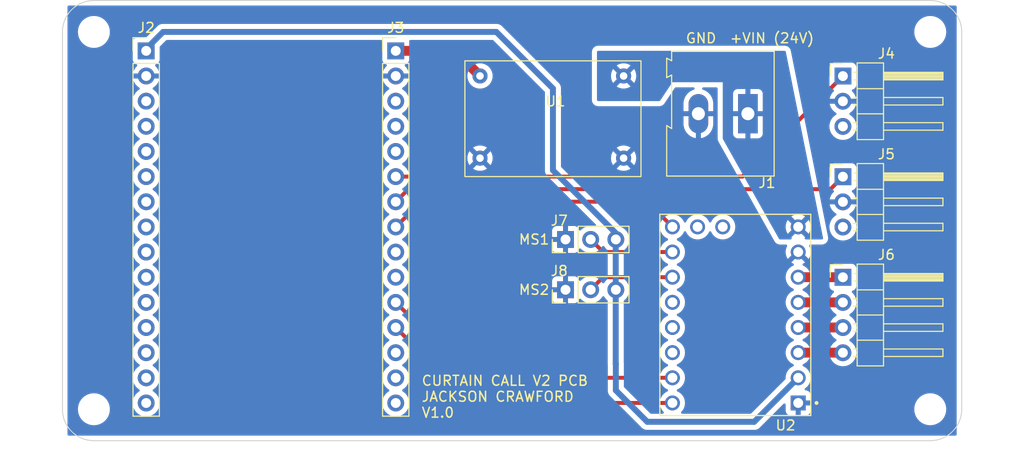
<source format=kicad_pcb>
(kicad_pcb (version 20211014) (generator pcbnew)
  (layers (0 "F.Cu" signal) (31 "B.Cu" signal) (34 "B.Paste" user) (35 "F.Paste" user) (36 "B.SilkS" user "B.Silkscreen") (37 "F.SilkS" user "F.Silkscreen") (38 "B.Mask" user) (39 "F.Mask" user) (44 "Edge.Cuts" user))
  (net 0 "")
  (net 1 "GND")
  (net 2 "VCC")
  (net 3 "+3V3")
  (net 17 "+5V")
  (net 18 "/STEP")
  (net 19 "/DIR")
  (net 20 "/EN")
  (net 21 "/ENDSTOP_1")
  (net 22 "/ENDSTOP_2")
  (net 32 "/MS1")
  (net 33 "/MS2")
  (net 39 "/M1B")
  (net 40 "/M1A")
  (net 41 "/M2A")
  (net 42 "/M2B")
  (footprint "MountingHole:MountingHole_2.2mm_M2" (layer "F.Cu") (at 41.91 45.085)
    (fp_text reference "REF**" hide)
    (fp_text value "MountingHole_2.2mm_M2")
    (pad "" np_thru_hole circle (at 0 0) (size 2.2 2.2) (drill 2.2) (layers *.Cu *.Mask))
  )
  (footprint "Connector_PinHeader_2.54mm:PinHeader_1x04_P2.54mm_Horizontal" (layer "F.Cu") (at 117.545 69.86)
    (fp_text reference "J6" (at 4.385 -2.27) (layer "F.SilkS"))
    (fp_text value "Conn_01x04_Male")
    (fp_line (start 4.1 -0.2) (end 10.1 -0.2) (layer "F.SilkS") (width 0.12))
    (fp_line (start 1.44 1.27) (end 4.1 1.27) (layer "F.SilkS") (width 0.12))
    (fp_line (start 1.042929 7.24) (end 1.44 7.24) (layer "F.SilkS") (width 0.12))
    (fp_line (start 10.1 8) (end 4.1 8) (layer "F.SilkS") (width 0.12))
    (fp_line (start 1.44 3.81) (end 4.1 3.81) (layer "F.SilkS") (width 0.12))
    (fp_line (start 4.1 -0.08) (end 10.1 -0.08) (layer "F.SilkS") (width 0.12))
    (fp_line (start -1.27 -1.27) (end 0 -1.27) (layer "F.SilkS") (width 0.12))
    (fp_line (start 1.11 -0.38) (end 1.44 -0.38) (layer "F.SilkS") (width 0.12))
    (fp_line (start 4.1 8.95) (end 4.1 -1.33) (layer "F.SilkS") (width 0.12))
    (fp_line (start 10.1 2.16) (end 10.1 2.92) (layer "F.SilkS") (width 0.12))
    (fp_line (start 1.042929 2.92) (end 1.44 2.92) (layer "F.SilkS") (width 0.12))
    (fp_line (start 4.1 0.28) (end 10.1 0.28) (layer "F.SilkS") (width 0.12))
    (fp_line (start 1.042929 8) (end 1.44 8) (layer "F.SilkS") (width 0.12))
    (fp_line (start 10.1 -0.38) (end 10.1 0.38) (layer "F.SilkS") (width 0.12))
    (fp_line (start 4.1 -1.33) (end 1.44 -1.33) (layer "F.SilkS") (width 0.12))
    (fp_line (start -1.27 0) (end -1.27 -1.27) (layer "F.SilkS") (width 0.12))
    (fp_line (start 10.1 2.92) (end 4.1 2.92) (layer "F.SilkS") (width 0.12))
    (fp_line (start 1.11 0.38) (end 1.44 0.38) (layer "F.SilkS") (width 0.12))
    (fp_line (start 4.1 0.16) (end 10.1 0.16) (layer "F.SilkS") (width 0.12))
    (fp_line (start 4.1 0.04) (end 10.1 0.04) (layer "F.SilkS") (width 0.12))
    (fp_line (start 1.042929 2.16) (end 1.44 2.16) (layer "F.SilkS") (width 0.12))
    (fp_line (start 10.1 0.38) (end 4.1 0.38) (layer "F.SilkS") (width 0.12))
    (fp_line (start 4.1 2.16) (end 10.1 2.16) (layer "F.SilkS") (width 0.12))
    (fp_line (start 1.042929 5.46) (end 1.44 5.46) (layer "F.SilkS") (width 0.12))
    (fp_line (start 4.1 7.24) (end 10.1 7.24) (layer "F.SilkS") (width 0.12))
    (fp_line (start 1.042929 4.7) (end 1.44 4.7) (layer "F.SilkS") (width 0.12))
    (fp_line (start 1.44 -1.33) (end 1.44 8.95) (layer "F.SilkS") (width 0.12))
    (fp_line (start 1.44 6.35) (end 4.1 6.35) (layer "F.SilkS") (width 0.12))
    (fp_line (start 10.1 4.7) (end 10.1 5.46) (layer "F.SilkS") (width 0.12))
    (fp_line (start 4.1 -0.38) (end 10.1 -0.38) (layer "F.SilkS") (width 0.12))
    (fp_line (start 4.1 4.7) (end 10.1 4.7) (layer "F.SilkS") (width 0.12))
    (fp_line (start 10.1 5.46) (end 4.1 5.46) (layer "F.SilkS") (width 0.12))
    (fp_line (start 1.44 8.95) (end 4.1 8.95) (layer "F.SilkS") (width 0.12))
    (fp_line (start 10.1 7.24) (end 10.1 8) (layer "F.SilkS") (width 0.12))
    (fp_line (start 4.1 -0.32) (end 10.1 -0.32) (layer "F.SilkS") (width 0.12))
    (pad "1" thru_hole rect (at 0 0) (size 1.7 1.7) (drill 1) (layers *.Cu *.Mask) (net 42 "/M2B"))
    (pad "2" thru_hole oval (at 0 2.54) (size 1.7 1.7) (drill 1) (layers *.Cu *.Mask) (net 41 "/M2A"))
    (pad "3" thru_hole oval (at 0 5.08) (size 1.7 1.7) (drill 1) (layers *.Cu *.Mask) (net 40 "/M1A"))
    (pad "4" thru_hole oval (at 0 7.62) (size 1.7 1.7) (drill 1) (layers *.Cu *.Mask) (net 39 "/M1B"))
  )
  (footprint "TMC2209:MODULE_TMC2209_SILENTSTEPSTICK" (layer "F.Cu") (at 106.68 73.66 180)
    (fp_text reference "U2" (at -5.075 -11.155) (layer "F.SilkS"))
    (fp_text value "TMC2209_SILENTSTEPSTICK")
    (fp_line (start -7.62 10.16) (end -7.62 -10.16) (layer "F.SilkS") (width 0.127))
    (fp_line (start 7.62 10.16) (end -7.62 10.16) (layer "F.SilkS") (width 0.127))
    (fp_line (start 7.62 -10.16) (end 7.62 10.16) (layer "F.SilkS") (width 0.127))
    (fp_line (start -7.62 -10.16) (end 7.62 -10.16) (layer "F.SilkS") (width 0.127))
    (fp_circle (center -8.2 -8.89) (end -8.1 -8.89) (layer "F.SilkS") (width 0.2) (fill none))
    (pad "1" thru_hole rect locked (at -6.35 -8.89 180) (size 1.508 1.508) (drill 1) (layers *.Cu *.Mask) (net 1 "GND"))
    (pad "2" thru_hole circle locked (at -6.35 -6.35 180) (size 1.508 1.508) (drill 1) (layers *.Cu *.Mask) (net 3 "+3V3"))
    (pad "3" thru_hole circle locked (at -6.35 -3.81 180) (size 1.508 1.508) (drill 1) (layers *.Cu *.Mask) (net 39 "/M1B"))
    (pad "4" thru_hole circle locked (at -6.35 -1.27 180) (size 1.508 1.508) (drill 1) (layers *.Cu *.Mask) (net 40 "/M1A"))
    (pad "5" thru_hole circle locked (at -6.35 1.27 180) (size 1.508 1.508) (drill 1) (layers *.Cu *.Mask) (net 41 "/M2A"))
    (pad "6" thru_hole circle locked (at -6.35 3.81 180) (size 1.508 1.508) (drill 1) (layers *.Cu *.Mask) (net 42 "/M2B"))
    (pad "7" thru_hole circle locked (at -6.35 6.35 180) (size 1.508 1.508) (drill 1) (layers *.Cu *.Mask) (net 1 "GND"))
    (pad "8" thru_hole circle locked (at -6.35 8.89 180) (size 1.508 1.508) (drill 1) (layers *.Cu *.Mask) (net 2 "VCC"))
    (pad "9" thru_hole circle locked (at 6.35 -8.89 180) (size 1.508 1.508) (drill 1) (layers *.Cu *.Mask) (net 19 "/DIR"))
    (pad "10" thru_hole circle locked (at 6.35 -6.35 180) (size 1.508 1.508) (drill 1) (layers *.Cu *.Mask) (net 18 "/STEP"))
    (pad "11" thru_hole circle locked (at 6.35 -3.81 180) (size 1.508 1.508) (drill 1) (layers *.Cu *.Mask))
    (pad "12" thru_hole circle locked (at 6.35 -1.27 180) (size 1.508 1.508) (drill 1) (layers *.Cu *.Mask))
    (pad "13" thru_hole circle locked (at 6.35 1.27 180) (size 1.508 1.508) (drill 1) (layers *.Cu *.Mask))
    (pad "14" thru_hole circle locked (at 6.35 3.81 180) (size 1.508 1.508) (drill 1) (layers *.Cu *.Mask) (net 33 "/MS2"))
    (pad "15" thru_hole circle locked (at 6.35 6.35 180) (size 1.508 1.508) (drill 1) (layers *.Cu *.Mask) (net 32 "/MS1"))
    (pad "16" thru_hole circle locked (at 6.35 8.89 180) (size 1.508 1.508) (drill 1) (layers *.Cu *.Mask) (net 20 "/EN"))
    (pad "17" thru_hole circle locked (at 1.27 8.89 180) (size 1.508 1.508) (drill 1) (layers *.Cu *.Mask))
    (pad "18" thru_hole circle locked (at 3.81 8.89 180) (size 1.508 1.508) (drill 1) (layers *.Cu *.Mask))
  )
  (footprint "MountingHole:MountingHole_2.2mm_M2" (layer "F.Cu") (at 126.365 83.185)
    (fp_text reference "REF**" hide)
    (fp_text value "MountingHole_2.2mm_M2")
    (pad "" np_thru_hole circle (at 0 0) (size 2.2 2.2) (drill 2.2) (layers *.Cu *.Mask))
  )
  (footprint "Connector_PinHeader_2.54mm:PinHeader_1x03_P2.54mm_Vertical" (layer "F.Cu") (at 89.535 66.04 90)
    (fp_text reference "J7" (at 1.905 -0.635 180) (layer "F.SilkS"))
    (fp_text value "Conn_01x03_Male")
    (fp_line (start -1.33 6.41) (end 1.33 6.41) (layer "F.SilkS") (width 0.12))
    (fp_line (start -1.33 -1.33) (end 0 -1.33) (layer "F.SilkS") (width 0.12))
    (fp_line (start 1.33 1.27) (end 1.33 6.41) (layer "F.SilkS") (width 0.12))
    (fp_line (start -1.33 1.27) (end 1.33 1.27) (layer "F.SilkS") (width 0.12))
    (fp_line (start -1.33 1.27) (end -1.33 6.41) (layer "F.SilkS") (width 0.12))
    (fp_line (start -1.33 0) (end -1.33 -1.33) (layer "F.SilkS") (width 0.12))
    (pad "1" thru_hole rect (at 0 0 90) (size 1.7 1.7) (drill 1) (layers *.Cu *.Mask) (net 1 "GND"))
    (pad "2" thru_hole oval (at 0 2.54 90) (size 1.7 1.7) (drill 1) (layers *.Cu *.Mask) (net 32 "/MS1"))
    (pad "3" thru_hole oval (at 0 5.08 90) (size 1.7 1.7) (drill 1) (layers *.Cu *.Mask) (net 3 "+3V3"))
  )
  (footprint "MountingHole:MountingHole_2.2mm_M2" (layer "F.Cu") (at 41.91 83.185)
    (fp_text reference "REF**" hide)
    (fp_text value "MountingHole_2.2mm_M2")
    (pad "" np_thru_hole circle (at 0 0) (size 2.2 2.2) (drill 2.2) (layers *.Cu *.Mask))
  )
  (footprint "Custom_Footprints:SMALL_ALIEXPRESS_BUCK" (layer "F.Cu") (at 80.899 49.53)
    (fp_text reference "U1" (at 7.62 2.564 unlocked) (layer "F.SilkS"))
    (fp_text value "SMALL_ALIEXPRESS_BUCK")
    (fp_rect (start -1.524 -1.524) (end 16.256 10.16) (layer "F.SilkS") (width 0.12) (fill none))
    (pad "1" thru_hole circle (at 14.5 0) (size 1.524 1.524) (drill 0.762) (layers *.Cu *.Mask) (net 2 "VCC"))
    (pad "2" thru_hole circle (at 14.5 8.3) (size 1.524 1.524) (drill 0.762) (layers *.Cu *.Mask "Eco1.User") (net 1 "GND"))
    (pad "3" thru_hole circle (at 0 8.3) (size 1.524 1.524) (drill 0.762) (layers *.Cu *.Mask "Eco1.User") (net 1 "GND"))
    (pad "4" thru_hole circle (at 0 0) (size 1.524 1.524) (drill 0.762) (layers *.Cu *.Mask) (net 17 "+5V"))
  )
  (footprint "Connector_PinHeader_2.54mm:PinHeader_1x15_P2.54mm_Vertical" (layer "F.Cu") (at 72.39 46.995)
    (fp_text reference "J3" (at 0 -2.33) (layer "F.SilkS"))
    (fp_text value "Conn_01x15_Female")
    (fp_line (start -1.33 1.27) (end -1.33 36.89) (layer "F.SilkS") (width 0.12))
    (fp_line (start -1.33 -1.33) (end 0 -1.33) (layer "F.SilkS") (width 0.12))
    (fp_line (start -1.33 1.27) (end 1.33 1.27) (layer "F.SilkS") (width 0.12))
    (fp_line (start 1.33 1.27) (end 1.33 36.89) (layer "F.SilkS") (width 0.12))
    (fp_line (start -1.33 36.89) (end 1.33 36.89) (layer "F.SilkS") (width 0.12))
    (fp_line (start -1.33 0) (end -1.33 -1.33) (layer "F.SilkS") (width 0.12))
    (pad "1" thru_hole rect (at 0 0) (size 1.7 1.7) (drill 1) (layers *.Cu *.Mask) (net 17 "+5V"))
    (pad "2" thru_hole oval (at 0 2.54) (size 1.7 1.7) (drill 1) (layers *.Cu *.Mask) (net 1 "GND"))
    (pad "3" thru_hole oval (at 0 5.08) (size 1.7 1.7) (drill 1) (layers *.Cu *.Mask))
    (pad "4" thru_hole oval (at 0 7.62) (size 1.7 1.7) (drill 1) (layers *.Cu *.Mask))
    (pad "5" thru_hole oval (at 0 10.16) (size 1.7 1.7) (drill 1) (layers *.Cu *.Mask))
    (pad "6" thru_hole oval (at 0 12.7) (size 1.7 1.7) (drill 1) (layers *.Cu *.Mask) (net 21 "/ENDSTOP_1"))
    (pad "7" thru_hole oval (at 0 15.24) (size 1.7 1.7) (drill 1) (layers *.Cu *.Mask) (net 22 "/ENDSTOP_2"))
    (pad "8" thru_hole oval (at 0 17.78) (size 1.7 1.7) (drill 1) (layers *.Cu *.Mask) (net 20 "/EN"))
    (pad "9" thru_hole oval (at 0 20.32) (size 1.7 1.7) (drill 1) (layers *.Cu *.Mask))
    (pad "10" thru_hole oval (at 0 22.86) (size 1.7 1.7) (drill 1) (layers *.Cu *.Mask))
    (pad "11" thru_hole oval (at 0 25.4) (size 1.7 1.7) (drill 1) (layers *.Cu *.Mask) (net 18 "/STEP"))
    (pad "12" thru_hole oval (at 0 27.94) (size 1.7 1.7) (drill 1) (layers *.Cu *.Mask) (net 19 "/DIR"))
    (pad "13" thru_hole oval (at 0 30.48) (size 1.7 1.7) (drill 1) (layers *.Cu *.Mask))
    (pad "14" thru_hole oval (at 0 33.02) (size 1.7 1.7) (drill 1) (layers *.Cu *.Mask))
    (pad "15" thru_hole oval (at 0 35.56) (size 1.7 1.7) (drill 1) (layers *.Cu *.Mask))
  )
  (footprint "Connector_PinHeader_2.54mm:PinHeader_1x03_P2.54mm_Horizontal" (layer "F.Cu") (at 117.545 49.545)
    (fp_text reference "J4" (at 4.385 -2.27) (layer "F.SilkS"))
    (fp_text value "Conn_01x03_Male")
    (fp_line (start 4.1 6.41) (end 4.1 -1.33) (layer "F.SilkS") (width 0.12))
    (fp_line (start 1.44 6.41) (end 4.1 6.41) (layer "F.SilkS") (width 0.12))
    (fp_line (start 10.1 2.16) (end 10.1 2.92) (layer "F.SilkS") (width 0.12))
    (fp_line (start 4.1 0.04) (end 10.1 0.04) (layer "F.SilkS") (width 0.12))
    (fp_line (start -1.27 -1.27) (end 0 -1.27) (layer "F.SilkS") (width 0.12))
    (fp_line (start 4.1 -0.38) (end 10.1 -0.38) (layer "F.SilkS") (width 0.12))
    (fp_line (start 1.042929 2.16) (end 1.44 2.16) (layer "F.SilkS") (width 0.12))
    (fp_line (start 1.042929 4.7) (end 1.44 4.7) (layer "F.SilkS") (width 0.12))
    (fp_line (start 10.1 -0.38) (end 10.1 0.38) (layer "F.SilkS") (width 0.12))
    (fp_line (start 4.1 0.16) (end 10.1 0.16) (layer "F.SilkS") (width 0.12))
    (fp_line (start 10.1 4.7) (end 10.1 5.46) (layer "F.SilkS") (width 0.12))
    (fp_line (start 4.1 4.7) (end 10.1 4.7) (layer "F.SilkS") (width 0.12))
    (fp_line (start 1.44 3.81) (end 4.1 3.81) (layer "F.SilkS") (width 0.12))
    (fp_line (start 10.1 5.46) (end 4.1 5.46) (layer "F.SilkS") (width 0.12))
    (fp_line (start 10.1 2.92) (end 4.1 2.92) (layer "F.SilkS") (width 0.12))
    (fp_line (start 4.1 -0.08) (end 10.1 -0.08) (layer "F.SilkS") (width 0.12))
    (fp_line (start 10.1 0.38) (end 4.1 0.38) (layer "F.SilkS") (width 0.12))
    (fp_line (start 1.44 1.27) (end 4.1 1.27) (layer "F.SilkS") (width 0.12))
    (fp_line (start 4.1 -0.32) (end 10.1 -0.32) (layer "F.SilkS") (width 0.12))
    (fp_line (start 1.11 0.38) (end 1.44 0.38) (layer "F.SilkS") (width 0.12))
    (fp_line (start 4.1 0.28) (end 10.1 0.28) (layer "F.SilkS") (width 0.12))
    (fp_line (start 1.042929 2.92) (end 1.44 2.92) (layer "F.SilkS") (width 0.12))
    (fp_line (start -1.27 0) (end -1.27 -1.27) (layer "F.SilkS") (width 0.12))
    (fp_line (start 1.042929 5.46) (end 1.44 5.46) (layer "F.SilkS") (width 0.12))
    (fp_line (start 1.44 -1.33) (end 1.44 6.41) (layer "F.SilkS") (width 0.12))
    (fp_line (start 1.11 -0.38) (end 1.44 -0.38) (layer "F.SilkS") (width 0.12))
    (fp_line (start 4.1 -1.33) (end 1.44 -1.33) (layer "F.SilkS") (width 0.12))
    (fp_line (start 4.1 -0.2) (end 10.1 -0.2) (layer "F.SilkS") (width 0.12))
    (fp_line (start 4.1 2.16) (end 10.1 2.16) (layer "F.SilkS") (width 0.12))
    (pad "1" thru_hole rect (at 0 0) (size 1.7 1.7) (drill 1) (layers *.Cu *.Mask) (net 21 "/ENDSTOP_1"))
    (pad "2" thru_hole oval (at 0 2.54) (size 1.7 1.7) (drill 1) (layers *.Cu *.Mask) (net 1 "GND"))
    (pad "3" thru_hole oval (at 0 5.08) (size 1.7 1.7) (drill 1) (layers *.Cu *.Mask))
  )
  (footprint "Connector_PinHeader_2.54mm:PinHeader_1x15_P2.54mm_Vertical" (layer "F.Cu") (at 47.19 46.995)
    (fp_text reference "J2" (at 0 -2.33) (layer "F.SilkS"))
    (fp_text value "Conn_01x15_Female")
    (fp_line (start -1.33 36.89) (end 1.33 36.89) (layer "F.SilkS") (width 0.12))
    (fp_line (start -1.33 1.27) (end -1.33 36.89) (layer "F.SilkS") (width 0.12))
    (fp_line (start -1.33 0) (end -1.33 -1.33) (layer "F.SilkS") (width 0.12))
    (fp_line (start 1.33 1.27) (end 1.33 36.89) (layer "F.SilkS") (width 0.12))
    (fp_line (start -1.33 -1.33) (end 0 -1.33) (layer "F.SilkS") (width 0.12))
    (fp_line (start -1.33 1.27) (end 1.33 1.27) (layer "F.SilkS") (width 0.12))
    (pad "1" thru_hole rect (at 0 0) (size 1.7 1.7) (drill 1) (layers *.Cu *.Mask) (net 3 "+3V3"))
    (pad "2" thru_hole oval (at 0 2.54) (size 1.7 1.7) (drill 1) (layers *.Cu *.Mask) (net 1 "GND"))
    (pad "3" thru_hole oval (at 0 5.08) (size 1.7 1.7) (drill 1) (layers *.Cu *.Mask))
    (pad "4" thru_hole oval (at 0 7.62) (size 1.7 1.7) (drill 1) (layers *.Cu *.Mask))
    (pad "5" thru_hole oval (at 0 10.16) (size 1.7 1.7) (drill 1) (layers *.Cu *.Mask))
    (pad "6" thru_hole oval (at 0 12.7) (size 1.7 1.7) (drill 1) (layers *.Cu *.Mask))
    (pad "7" thru_hole oval (at 0 15.24) (size 1.7 1.7) (drill 1) (layers *.Cu *.Mask))
    (pad "8" thru_hole oval (at 0 17.78) (size 1.7 1.7) (drill 1) (layers *.Cu *.Mask))
    (pad "9" thru_hole oval (at 0 20.32) (size 1.7 1.7) (drill 1) (layers *.Cu *.Mask))
    (pad "10" thru_hole oval (at 0 22.86) (size 1.7 1.7) (drill 1) (layers *.Cu *.Mask))
    (pad "11" thru_hole oval (at 0 25.4) (size 1.7 1.7) (drill 1) (layers *.Cu *.Mask))
    (pad "12" thru_hole oval (at 0 27.94) (size 1.7 1.7) (drill 1) (layers *.Cu *.Mask))
    (pad "13" thru_hole oval (at 0 30.48) (size 1.7 1.7) (drill 1) (layers *.Cu *.Mask))
    (pad "14" thru_hole oval (at 0 33.02) (size 1.7 1.7) (drill 1) (layers *.Cu *.Mask))
    (pad "15" thru_hole oval (at 0 35.56) (size 1.7 1.7) (drill 1) (layers *.Cu *.Mask))
  )
  (footprint "Connector_PinHeader_2.54mm:PinHeader_1x03_P2.54mm_Horizontal" (layer "F.Cu") (at 117.545 59.705)
    (fp_text reference "J5" (at 4.385 -2.27) (layer "F.SilkS"))
    (fp_text value "Conn_01x03_Male")
    (fp_line (start 4.1 2.16) (end 10.1 2.16) (layer "F.SilkS") (width 0.12))
    (fp_line (start 10.1 2.92) (end 4.1 2.92) (layer "F.SilkS") (width 0.12))
    (fp_line (start 10.1 4.7) (end 10.1 5.46) (layer "F.SilkS") (width 0.12))
    (fp_line (start 4.1 -0.2) (end 10.1 -0.2) (layer "F.SilkS") (width 0.12))
    (fp_line (start 10.1 -0.38) (end 10.1 0.38) (layer "F.SilkS") (width 0.12))
    (fp_line (start 4.1 -0.38) (end 10.1 -0.38) (layer "F.SilkS") (width 0.12))
    (fp_line (start 4.1 0.16) (end 10.1 0.16) (layer "F.SilkS") (width 0.12))
    (fp_line (start 4.1 6.41) (end 4.1 -1.33) (layer "F.SilkS") (width 0.12))
    (fp_line (start 10.1 0.38) (end 4.1 0.38) (layer "F.SilkS") (width 0.12))
    (fp_line (start 1.44 -1.33) (end 1.44 6.41) (layer "F.SilkS") (width 0.12))
    (fp_line (start 1.042929 2.92) (end 1.44 2.92) (layer "F.SilkS") (width 0.12))
    (fp_line (start 1.11 -0.38) (end 1.44 -0.38) (layer "F.SilkS") (width 0.12))
    (fp_line (start 4.1 -1.33) (end 1.44 -1.33) (layer "F.SilkS") (width 0.12))
    (fp_line (start 4.1 0.28) (end 10.1 0.28) (layer "F.SilkS") (width 0.12))
    (fp_line (start 1.44 1.27) (end 4.1 1.27) (layer "F.SilkS") (width 0.12))
    (fp_line (start 10.1 2.16) (end 10.1 2.92) (layer "F.SilkS") (width 0.12))
    (fp_line (start 1.042929 2.16) (end 1.44 2.16) (layer "F.SilkS") (width 0.12))
    (fp_line (start 10.1 5.46) (end 4.1 5.46) (layer "F.SilkS") (width 0.12))
    (fp_line (start 1.44 3.81) (end 4.1 3.81) (layer "F.SilkS") (width 0.12))
    (fp_line (start 4.1 0.04) (end 10.1 0.04) (layer "F.SilkS") (width 0.12))
    (fp_line (start 4.1 -0.08) (end 10.1 -0.08) (layer "F.SilkS") (width 0.12))
    (fp_line (start -1.27 -1.27) (end 0 -1.27) (layer "F.SilkS") (width 0.12))
    (fp_line (start 1.042929 4.7) (end 1.44 4.7) (layer "F.SilkS") (width 0.12))
    (fp_line (start 4.1 4.7) (end 10.1 4.7) (layer "F.SilkS") (width 0.12))
    (fp_line (start 1.44 6.41) (end 4.1 6.41) (layer "F.SilkS") (width 0.12))
    (fp_line (start 1.042929 5.46) (end 1.44 5.46) (layer "F.SilkS") (width 0.12))
    (fp_line (start 1.11 0.38) (end 1.44 0.38) (layer "F.SilkS") (width 0.12))
    (fp_line (start -1.27 0) (end -1.27 -1.27) (layer "F.SilkS") (width 0.12))
    (fp_line (start 4.1 -0.32) (end 10.1 -0.32) (layer "F.SilkS") (width 0.12))
    (pad "1" thru_hole rect (at 0 0) (size 1.7 1.7) (drill 1) (layers *.Cu *.Mask) (net 22 "/ENDSTOP_2"))
    (pad "2" thru_hole oval (at 0 2.54) (size 1.7 1.7) (drill 1) (layers *.Cu *.Mask) (net 1 "GND"))
    (pad "3" thru_hole oval (at 0 5.08) (size 1.7 1.7) (drill 1) (layers *.Cu *.Mask))
  )
  (footprint "TerminalBlock:TerminalBlock_Altech_AK300-2_P5.00mm" (layer "F.Cu") (at 107.95 53.34 180)
    (fp_text reference "J1" (at -1.92 -6.99) (layer "F.SilkS"))
    (fp_text value "Screw_Terminal_01x02")
    (fp_line (start 8.2 3.7) (end 8.2 3.65) (layer "F.SilkS") (width 0.12))
    (fp_line (start 8.2 3.65) (end 7.7 3.9) (layer "F.SilkS") (width 0.12))
    (fp_line (start 7.7 6.3) (end 7.7 5.35) (layer "F.SilkS") (width 0.12))
    (fp_line (start 7.7 3.9) (end 7.7 -1.5) (layer "F.SilkS") (width 0.12))
    (fp_line (start -2.65 -6.3) (end -2.65 6.3) (layer "F.SilkS") (width 0.12))
    (fp_line (start 7.7 -1.5) (end 8.2 -1.2) (layer "F.SilkS") (width 0.12))
    (fp_line (start 8.2 -1.2) (end 8.2 -6.3) (layer "F.SilkS") (width 0.12))
    (fp_line (start 8.2 5.6) (end 8.2 3.7) (layer "F.SilkS") (width 0.12))
    (fp_line (start 8.2 -6.3) (end -2.65 -6.3) (layer "F.SilkS") (width 0.12))
    (fp_line (start 7.7 5.35) (end 8.2 5.6) (layer "F.SilkS") (width 0.12))
    (fp_line (start -2.65 6.3) (end 7.7 6.3) (layer "F.SilkS") (width 0.12))
    (pad "1" thru_hole rect (at 0 0 180) (size 1.98 3.96) (drill 1.32) (layers *.Cu *.Mask) (net 2 "VCC"))
    (pad "2" thru_hole oval (at 5 0 180) (size 1.98 3.96) (drill 1.32) (layers *.Cu *.Mask) (net 1 "GND"))
  )
  (footprint "Connector_PinHeader_2.54mm:PinHeader_1x03_P2.54mm_Vertical" (layer "F.Cu") (at 89.535 71.12 90)
    (fp_text reference "J8" (at 1.905 -0.635 180) (layer "F.SilkS"))
    (fp_text value "Conn_01x03_Male")
    (fp_line (start -1.33 0) (end -1.33 -1.33) (layer "F.SilkS") (width 0.12))
    (fp_line (start -1.33 6.41) (end 1.33 6.41) (layer "F.SilkS") (width 0.12))
    (fp_line (start -1.33 -1.33) (end 0 -1.33) (layer "F.SilkS") (width 0.12))
    (fp_line (start -1.33 1.27) (end 1.33 1.27) (layer "F.SilkS") (width 0.12))
    (fp_line (start -1.33 1.27) (end -1.33 6.41) (layer "F.SilkS") (width 0.12))
    (fp_line (start 1.33 1.27) (end 1.33 6.41) (layer "F.SilkS") (width 0.12))
    (pad "1" thru_hole rect (at 0 0 90) (size 1.7 1.7) (drill 1) (layers *.Cu *.Mask) (net 1 "GND"))
    (pad "2" thru_hole oval (at 0 2.54 90) (size 1.7 1.7) (drill 1) (layers *.Cu *.Mask) (net 33 "/MS2"))
    (pad "3" thru_hole oval (at 0 5.08 90) (size 1.7 1.7) (drill 1) (layers *.Cu *.Mask) (net 3 "+3V3"))
  )
  (footprint "MountingHole:MountingHole_2.2mm_M2" (layer "F.Cu") (at 126.365 45.085)
    (fp_text reference "REF**" hide)
    (fp_text value "MountingHole_2.2mm_M2")
    (pad "" np_thru_hole circle (at 0 0) (size 2.2 2.2) (drill 2.2) (layers *.Cu *.Mask))
  )
  (gr_arc (start 41.91 86.36) (mid 39.664936 85.430064) (end 38.735 83.185) (layer "Edge.Cuts") (width 0.1))
  (gr_line (start 41.91 41.91) (end 126.365 41.91) (layer "Edge.Cuts") (width 0.1))
  (gr_arc (start 129.54 83.185) (mid 128.610064 85.430064) (end 126.365 86.36) (layer "Edge.Cuts") (width 0.1))
  (gr_line (start 38.735 83.185) (end 38.735 45.085) (layer "Edge.Cuts") (width 0.1))
  (gr_line (start 129.54 45.085) (end 129.54 83.185) (layer "Edge.Cuts") (width 0.1))
  (gr_line (start 126.365 86.36) (end 41.91 86.36) (layer "Edge.Cuts") (width 0.1))
  (gr_arc (start 38.735 45.085) (mid 39.664936 42.839936) (end 41.91 41.91) (layer "Edge.Cuts") (width 0.1))
  (gr_arc (start 126.365 41.91) (mid 128.610064 42.839936) (end 129.54 45.085) (layer "Edge.Cuts") (width 0.1))
  (gr_text "MS2" (at 86.36 71.12) (layer "F.SilkS") (effects (font (size 1 1))))
  (gr_text "+VIN (24V)" (at 106.045 45.72) (layer "F.SilkS") (effects (font (size 1 1)) (justify left)))
  (gr_text "MS1" (at 86.36 66.04) (layer "F.SilkS") (effects (font (size 1 1))))
  (gr_text "CURTAIN CALL V2 PCB\nJACKSON CRAWFORD\nV1.0" (at 74.93 81.915) (layer "F.SilkS") (effects (font (size 1 1)) (justify left)))
  (gr_text "GND" (at 101.6 45.72) (layer "F.SilkS") (effects (font (size 1 1)) (justify left)))
  (segment (start 47.19 46.995) (end 47.19 46.79) (width 0.6) (layer "B.Cu") (net 3))
  (segment (start 94.615 81.28) (end 97.79 84.455) (width 0.6) (layer "B.Cu") (net 3))
  (segment (start 88.265 50.8) (end 88.265 59.055) (width 0.6) (layer "B.Cu") (net 3))
  (segment (start 94.615 78.608424) (end 94.615 81.28) (width 0.6) (layer "B.Cu") (net 3))
  (segment (start 97.79 84.455) (end 108.585 84.455) (width 0.6) (layer "B.Cu") (net 3))
  (segment (start 94.605 65.395) (end 94.605 78.598424) (width 0.6) (layer "B.Cu") (net 3))
  (segment (start 88.265 59.055) (end 94.605 65.395) (width 0.6) (layer "B.Cu") (net 3))
  (segment (start 47.19 46.79) (end 48.895 45.085) (width 0.6) (layer "B.Cu") (net 3))
  (segment (start 108.585 84.455) (end 113.03 80.01) (width 0.6) (layer "B.Cu") (net 3))
  (segment (start 82.55 45.085) (end 88.265 50.8) (width 0.6) (layer "B.Cu") (net 3))
  (segment (start 94.605 78.598424) (end 94.615 78.608424) (width 0.6) (layer "B.Cu") (net 3))
  (segment (start 48.895 45.085) (end 82.55 45.085) (width 0.6) (layer "B.Cu") (net 3))
  (segment (start 78.364 46.995) (end 80.899 49.53) (width 1) (layer "F.Cu") (net 17))
  (segment (start 72.39 46.995) (end 78.364 46.995) (width 1) (layer "F.Cu") (net 17))
  (segment (start 80.005 80.01) (end 72.39 72.395) (width 0.4) (layer "F.Cu") (net 18))
  (segment (start 100.33 80.01) (end 80.005 80.01) (width 0.4) (layer "F.Cu") (net 18))
  (segment (start 100.33 82.55) (end 80.005 82.55) (width 0.4) (layer "F.Cu") (net 19))
  (segment (start 80.005 82.55) (end 72.39 74.935) (width 0.4) (layer "F.Cu") (net 19))
  (segment (start 72.39 64.775) (end 74.935 62.23) (width 0.4) (layer "F.Cu") (net 20))
  (segment (start 97.79 62.23) (end 100.33 64.77) (width 0.4) (layer "F.Cu") (net 20))
  (segment (start 74.935 62.23) (end 97.79 62.23) (width 0.4) (layer "F.Cu") (net 20))
  (segment (start 107.395 59.695) (end 117.545 49.545) (width 0.4) (layer "F.Cu") (net 21))
  (segment (start 72.39 59.695) (end 107.395 59.695) (width 0.4) (layer "F.Cu") (net 21))
  (segment (start 116.29 60.96) (end 117.545 59.705) (width 0.4) (layer "F.Cu") (net 22))
  (segment (start 72.39 62.235) (end 73.665 60.96) (width 0.4) (layer "F.Cu") (net 22))
  (segment (start 73.665 60.96) (end 116.29 60.96) (width 0.4) (layer "F.Cu") (net 22))
  (segment (start 93.335 67.31) (end 100.33 67.31) (width 0.4) (layer "F.Cu") (net 32))
  (segment (start 92.065 66.04) (end 93.335 67.31) (width 0.4) (layer "F.Cu") (net 32))
  (segment (start 93.335 69.85) (end 100.33 69.85) (width 0.4) (layer "F.Cu") (net 33))
  (segment (start 92.065 71.12) (end 93.335 69.85) (width 0.4) (layer "F.Cu") (net 33))
  (segment (start 113.03 77.47) (end 117.535 77.47) (width 1) (layer "F.Cu") (net 39))
  (segment (start 117.535 77.47) (end 117.545 77.48) (width 1) (layer "F.Cu") (net 39))
  (segment (start 113.03 74.93) (end 117.535 74.93) (width 1) (layer "F.Cu") (net 40))
  (segment (start 117.535 74.93) (end 117.545 74.94) (width 1) (layer "F.Cu") (net 40))
  (segment (start 117.535 72.39) (end 117.545 72.4) (width 1) (layer "F.Cu") (net 41))
  (segment (start 113.03 72.39) (end 117.535 72.39) (width 1) (layer "F.Cu") (net 41))
  (segment (start 117.535 69.85) (end 117.545 69.86) (width 1) (layer "F.Cu") (net 42))
  (segment (start 113.03 69.85) (end 117.535 69.85) (width 1) (layer "F.Cu") (net 42))
  (zone (net 2) (net_name "VCC") (layer "B.Cu") (priority 1) (connect_pads (clearance 0.508)) (min_thickness 0.254) (fill yes (thermal_gap 0.508) (thermal_bridge_width 0.508))
    (polygon (pts (xy 115.57 66.04) (xy 111.125 66.04) (xy 105.41 55.88) (xy 105.41 50.165) (xy 100.33 50.165) (xy 99.06 52.07) (xy 92.71 52.07) (xy 92.71 46.99) (xy 111.76 46.99)))
  )
  (zone (net 1) (net_name "GND") (layer "B.Cu") (connect_pads (clearance 0.508)) (min_thickness 0.254) (fill yes (thermal_gap 0.508) (thermal_bridge_width 0.508))
    (polygon (pts (xy 129.54 86.36) (xy 38.735 86.36) (xy 38.735 41.91) (xy 129.54 41.91)))
  )
)
</source>
